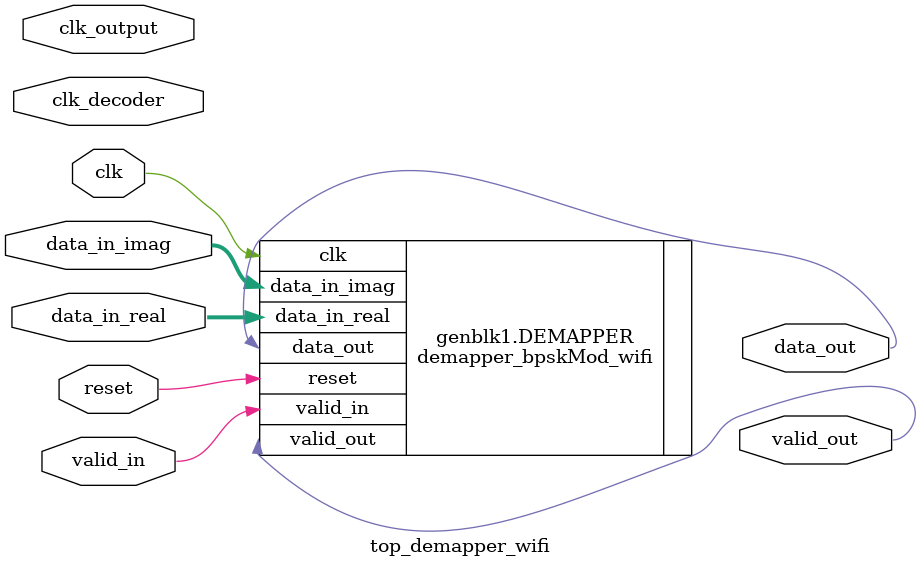
<source format=v>
/*
======================================================================================
				Standard   : WIFI
				Block name : DEMapper
======================================================================================
*/
//====================================================================================
module top_demapper_wifi #(parameter DEMAPPER=2)
(
	clk,
	clk_output,
	clk_decoder,
	reset,
	valid_in,
	data_in_real,
	data_in_imag,
	valid_out,
	data_out
);
	//============================================================================	
	input clk;
	input clk_output;
	input clk_decoder;
	input reset;
	input valid_in;
	input [11:0] data_in_real;
	input [11:0] data_in_imag;
	output valid_out;
	output data_out;
	//============================================================================	
	wire piso_valid_in;
	wire [1:0] piso_in_qpsk;
	wire [3:0] piso_in_16qam;
	//============================================================================	
	generate 
		case(DEMAPPER)
			2:
			begin
				demapper_bpskMod_wifi DEMAPPER 
				(
					.clk(clk),
					.reset(reset),
					.valid_in(valid_in),
					.data_in_real(data_in_real),
					.data_in_imag(data_in_imag),
					.data_out(data_out),
					.valid_out(valid_out)
				);
			end
			4:
			begin
				demapper_qpskMod_wifi DEMAPPER 
				(
					.clk(clk),
					.reset(reset),
					.valid_in(valid_in),
					.data_in_real(data_in_real),
					.data_in_imag(data_in_imag),
					.valid_out(piso_valid_in),
					.data_out(piso_in_qpsk)
				);
				WIFI_RX_sipo_qpskMod piso 
				(
					.clk(clk_output),
					.reset(reset),
					.valid_in(piso_valid_in),
					.data_in(piso_in_qpsk),
					.valid_out(valid_out),
					.data_out(data_out)
				);
			end
			16:
			begin
				demapper_16QamMod_wifi DEMAPPER 
				(
					.clk(clk),
					.reset(reset),
					.valid_in(valid_in),
					.data_in_real(data_in_real),
					.data_in_imag(data_in_imag),
					.data_out(piso_in_16qam),
					.valid_out(piso_valid_in)
				);
				WIFI_RX_sipo_16QamMod piso 
				(
					.clk(clk_decoder),
					.reset(reset),
					.valid_in(piso_valid_in),
					.data_in(piso_in_16qam),
					.valid_out(valid_out),
					.data_out(data_out)
				);
			end
		endcase
	endgenerate
	//============================================================================	
endmodule
</source>
